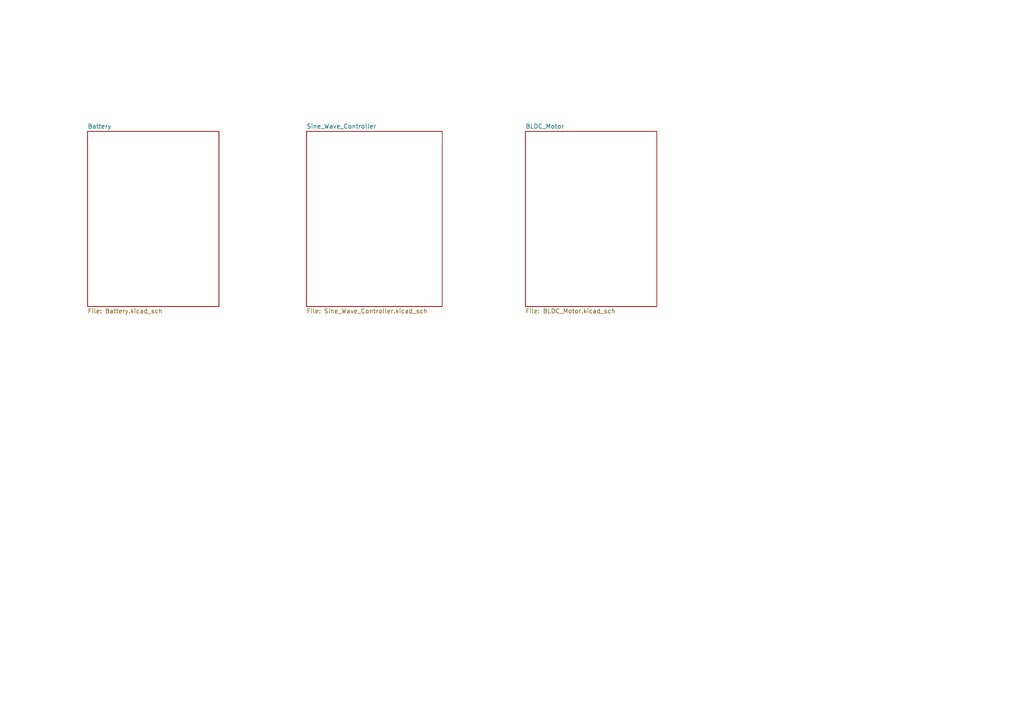
<source format=kicad_sch>
(kicad_sch (version 20230121) (generator eeschema)
  (paper "A4")
  (title_block (title "Hyperloop 48V") (date "2024-02-15") (company "Hoschule Emden Leer"))
  (lib_symbols)
  (sheet (at 25.4 38.1) (size 38.1 50.8) (stroke (width 0.1524))
    (property "Sheetname" "Battery" (at 25.4 37.3884 0) (effects (justify left bottom)))
    (property "Sheetfile" "Battery.kicad_sch" (at 25.4 89.4846 0) (effects (justify left top)))
  )
  (sheet (at 152.4 38.1) (size 38.1 50.8) (stroke (width 0.1524))
    (property "Sheetname" "BLDC_Motor" (at 152.4 37.3884 0) (effects (justify left bottom)))
    (property "Sheetfile" "BLDC_Motor.kicad_sch" (at 152.4 89.4846 0) (effects (justify left top)))
  )
  (sheet (at 88.9 38.1) (size 39.37 50.8) (stroke (width 0.1524))
    (property "Sheetname" "Sine_Wave_Controller" (at 88.9 37.3884 0) (effects (justify left bottom)))
    (property "Sheetfile" "Sine_Wave_Controller.kicad_sch" (at 88.9 89.4846 0) (effects (justify left top)))
  )
)
</source>
